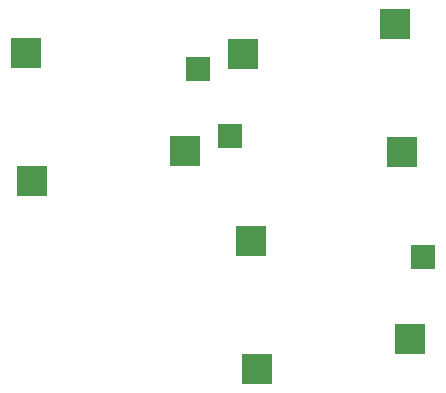
<source format=gbr>
G04 #@! TF.GenerationSoftware,KiCad,Pcbnew,(5.1.4)-1*
G04 #@! TF.CreationDate,2023-09-09T05:27:38-04:00*
G04 #@! TF.ProjectId,ThumbsUp,5468756d-6273-4557-902e-6b696361645f,rev?*
G04 #@! TF.SameCoordinates,Original*
G04 #@! TF.FileFunction,Paste,Bot*
G04 #@! TF.FilePolarity,Positive*
%FSLAX46Y46*%
G04 Gerber Fmt 4.6, Leading zero omitted, Abs format (unit mm)*
G04 Created by KiCad (PCBNEW (5.1.4)-1) date 2023-09-09 05:27:38*
%MOMM*%
%LPD*%
G04 APERTURE LIST*
%ADD10R,2.550000X2.500000*%
%ADD11R,2.000000X2.000000*%
G04 APERTURE END LIST*
D10*
X-100440000Y-358171918D03*
D11*
X-115040000Y-356821918D03*
D10*
X-100998000Y-347341918D03*
X-113925000Y-349881918D03*
X-132303954Y-349810061D03*
D11*
X-117703954Y-351160061D03*
D10*
X-131745954Y-360640061D03*
X-118818954Y-358100061D03*
X-113240000Y-365730000D03*
D11*
X-98640000Y-367080000D03*
D10*
X-112682000Y-376560000D03*
X-99755000Y-374020000D03*
M02*

</source>
